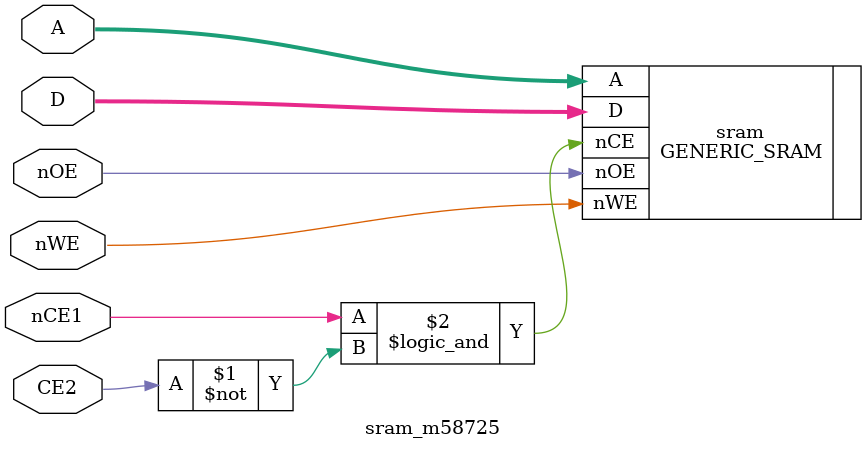
<source format=v>
`timescale 1ns / 1ps
module sram_m58725
    #(
        parameter FILE_NAME = "",
        // CY6424-70 timing and naming conventions (or thereabouts)
		  // read
        parameter tAA = 70,	// address access time
        parameter tOHA = 5,				// output data hold time from address change
        parameter tACE = 70,	   		// CE access time
        parameter tLZCE = 10,				// CE to output low-Z
        parameter tHZCE = 30,	   		// CE to output high-Z
        parameter tDOE = 35,	   		// OE access time
        parameter tLZOE = 5,				// OE to output low-Z
        parameter tHZOE = 30,			   // OE to output high-Z
		  // write
		  parameter tSCE = 60,			   // CE LOW to write end#
		  parameter tSD = 35,			   // data setup to write end
		  parameter tHD = 0,				   // data hold from write end
		  
		  parameter tAW = 55,				// address setup to write end
		  parameter tPWE = 40,			   // WE pulse width
		  parameter tHZWE = 30,				// WE LOW to high
		  parameter tLZWE = 5				// WE HIGH to low-Z
    )
    (
        input wire nCE1,
        input wire CE2,
        input wire nOE,
        input wire nWE,
        input wire [10:0] A,
        inout wire [7:0] D
    );
	
	GENERIC_SRAM #(
		.ADDR_WIDTH(11), .DATA_WIDTH(8), 
		.FILE_NAME(FILE_NAME),
		.tAA(tAA), 
		.tOHA(tOHA),
		.tACE(tACE), 
		.tLZCE(tLZCE), .tHZCE(tHZCE),
		.tDOE(tDOE),	
		.tLZOE(tLZOE),	.tHZOE(tHZOE),
		.tSCE(tSCE),
		.tSD(tSD),
		.tHD(tHD),
		.tAW(tAW),
		.tPWE(tPWE),
		.tHZWE(tHZWE),	.tLZWE(tLZWE)
		) sram(
			.nCE(nCE1 && ~CE2),
			.nOE(nOE), 
			.nWE(nWE),
			.A(A),
			.D(D)
		);
	
endmodule

</source>
